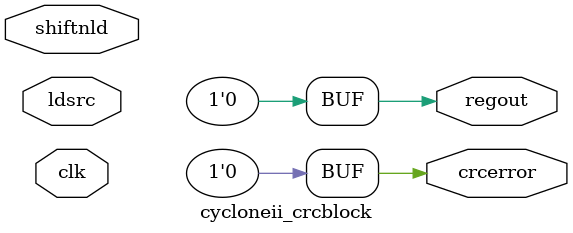
<source format=v>
module  cycloneii_crcblock (
    clk,
    shiftnld,
   ldsrc,
    crcerror,
    regout);
input clk;
input shiftnld;
input ldsrc;
output crcerror;
output regout;
assign crcerror = 1'b0;
assign regout = 1'b0;
parameter oscillator_divider = 1;
parameter lpm_type = "cycloneii_crcblock";
endmodule
</source>
